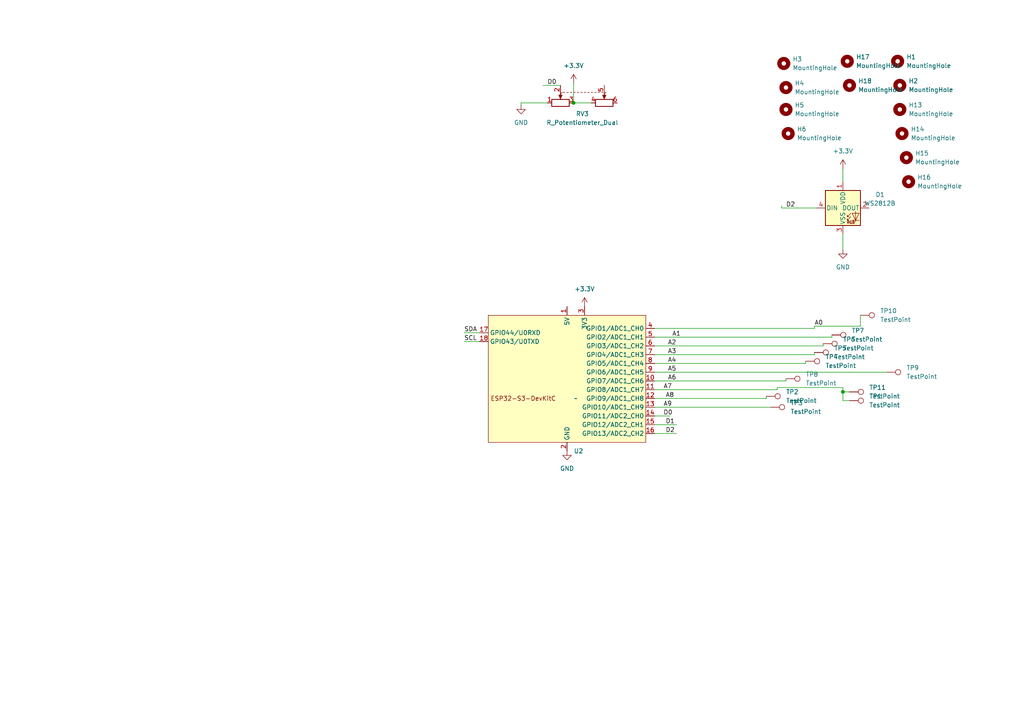
<source format=kicad_sch>
(kicad_sch (version 20230121) (generator eeschema)
  (paper "A4")
  (lib_symbols
    (symbol "Connector:TestPoint" (pin_numbers hide) (pin_names (offset 0.762) hide)
      (property "Reference" "TP" (at 0 6.858 0))
      (property "Value" "TestPoint" (at 0 5.08 0))
      (symbol "TestPoint_0_1"
        (circle (center 0 3.302) (radius 0.762))
      )
      (symbol "TestPoint_1_1"
        (pin passive line (at 0 0 90) (length 2.54) (name "1") (number "1"))
      )
    )
    (symbol "Device:R_Potentiometer_Dual" (pin_names (offset 1.016) hide)
      (property "Reference" "RV" (at 0 3.81 0))
      (property "Value" "R_Potentiometer_Dual" (at 0 1.905 0))
      (symbol "R_Potentiometer_Dual_0_1"
        (rectangle (start -8.89 -1.524) (end -3.81 -3.556) (stroke (width 0.254)))
        (polyline (pts (xy -6.35 0) (xy -6.35 -1.016)))
        (polyline (pts (xy -6.35 0) (xy -6.35 -1.016)))
        (polyline (pts (xy -6.35 0) (xy -5.842 0.508)))
        (polyline (pts (xy -5.588 0.508) (xy -5.08 0.508)))
        (polyline (pts (xy -4.572 0.508) (xy -4.064 0.508)))
        (polyline (pts (xy -3.556 0.508) (xy -3.048 0.508)))
        (polyline (pts (xy -2.54 0.508) (xy -2.032 0.508)))
        (polyline (pts (xy -1.524 0.508) (xy -1.016 0.508)))
        (polyline (pts (xy -0.508 0.508) (xy 0 0.508)))
        (polyline (pts (xy 0.508 0.508) (xy 1.016 0.508)))
        (polyline (pts (xy 1.524 0.508) (xy 2.032 0.508)))
        (polyline (pts (xy 2.54 0.508) (xy 3.048 0.508)))
        (polyline (pts (xy 3.556 0.508) (xy 4.064 0.508)))
        (polyline (pts (xy 4.572 0.508) (xy 5.08 0.508)))
        (polyline (pts (xy 5.588 0.508) (xy 6.096 0.508)))
        (polyline (pts (xy 6.35 0) (xy 6.35 -1.016)))
        (polyline (pts (xy 6.35 0) (xy 6.35 -1.016)))
        (polyline (pts (xy 6.604 0.508) (xy 6.858 0.508) (xy 6.35 0)))
        (polyline (pts (xy -6.35 -1.397) (xy -6.858 -0.254) (xy -5.842 -0.254) (xy -6.35 -1.397)) (fill (type outline)))
        (polyline (pts (xy 6.35 -1.397) (xy 5.842 -0.254) (xy 6.858 -0.254) (xy 6.35 -1.397)) (fill (type outline)))
        (rectangle (start 3.81 -1.524) (end 8.89 -3.556) (stroke (width 0.254)))
      )
      (symbol "R_Potentiometer_Dual_1_1"
        (pin passive line (at -10.16 -2.54 0) (length 1.27) (name "1") (number "1"))
        (pin passive line (at -6.35 2.54 270) (length 2.54) (name "2") (number "2"))
        (pin passive line (at -2.54 -2.54 180) (length 1.27) (name "3") (number "3"))
        (pin passive line (at 2.54 -2.54 0) (length 1.27) (name "4") (number "4"))
        (pin passive line (at 6.35 2.54 270) (length 2.54) (name "5") (number "5"))
        (pin passive line (at 10.16 -2.54 180) (length 1.27) (name "6") (number "6"))
      )
    )
    (symbol "LED:WS2812B" (pin_names (offset 0.254))
      (property "Reference" "D" (at 5.08 5.715 0))
      (property "Value" "WS2812B" (at 1.27 -5.715 0))
      (symbol "WS2812B_0_0"
        (text "RGB" (at 2.286 -4.191 0) (effects (font (size 0.762 0.762))))
      )
      (symbol "WS2812B_0_1"
        (polyline (pts (xy 1.27 -3.556) (xy 1.778 -3.556)))
        (polyline (pts (xy 1.27 -2.54) (xy 1.778 -2.54)))
        (polyline (pts (xy 4.699 -3.556) (xy 2.667 -3.556)))
        (polyline (pts (xy 2.286 -2.54) (xy 1.27 -3.556) (xy 1.27 -3.048)))
        (polyline (pts (xy 2.286 -1.524) (xy 1.27 -2.54) (xy 1.27 -2.032)))
        (polyline (pts (xy 3.683 -1.016) (xy 3.683 -3.556) (xy 3.683 -4.064)))
        (polyline (pts (xy 4.699 -1.524) (xy 2.667 -1.524) (xy 3.683 -3.556) (xy 4.699 -1.524)))
        (rectangle (start 5.08 5.08) (end -5.08 -5.08) (stroke (width 0.254)) (fill (type background)))
      )
      (symbol "WS2812B_1_1"
        (pin power_in line (at 0 7.62 270) (length 2.54) (name "VDD") (number "1"))
        (pin output line (at 7.62 0 180) (length 2.54) (name "DOUT") (number "2"))
        (pin power_in line (at 0 -7.62 90) (length 2.54) (name "VSS") (number "3"))
        (pin input line (at -7.62 0 0) (length 2.54) (name "DIN") (number "4"))
      )
    )
    (symbol "Mechanical:MountingHole" (pin_names (offset 1.016))
      (property "Reference" "H" (at 0 5.08 0))
      (property "Value" "MountingHole" (at 0 3.175 0))
      (symbol "MountingHole_0_1"
        (circle (center 0 0) (radius 1.27) (stroke (width 1.27)))
      )
    )
    (symbol "hattwick:Wifiduino-ESP32S3"
      (property "Reference" "U" (at -22.86 46.99 0))
      (symbol "Wifiduino-ESP32S3_0_0"
        (text "ESP32-S3-DevKitC" (at -15.24 0 0) (effects (font (size 1.27 1.27))))
      )
      (symbol "Wifiduino-ESP32S3_0_1"
        (rectangle (start -25.4 24.13) (end 20.32 -12.7) (fill (type background)))
      )
      (symbol "Wifiduino-ESP32S3_1_0"
        (pin bidirectional line (at 22.86 -10.16 180) (length 2.54) (name "GPIO13/ADC2_CH2") (number "16"))
        (pin bidirectional line (at -27.94 19.05 0) (length 2.54) (name "GPIO44/U0RXD") (number "17"))
        (pin bidirectional line (at -27.94 16.51 0) (length 2.54) (name "GPIO43/U0TXD") (number "18"))
        (pin power_in line (at -2.54 -15.24 90) (length 2.54) (name "GND") (number "2"))
        (pin bidirectional line (at 22.86 20.32 180) (length 2.54) (name "GPIO1/ADC1_CH0") (number "4"))
        (pin bidirectional line (at 22.86 17.78 180) (length 2.54) (name "GPIO2/ADC1_CH1") (number "5"))
      )
      (symbol "Wifiduino-ESP32S3_1_1"
        (pin power_in line (at -2.54 26.67 270) (length 2.54) (name "5V") (number "1"))
        (pin bidirectional line (at 22.86 5.08 180) (length 2.54) (name "GPIO7/ADC1_CH6") (number "10"))
        (pin bidirectional line (at 22.86 2.54 180) (length 2.54) (name "GPIO8/ADC1_CH7") (number "11"))
        (pin bidirectional line (at 22.86 0 180) (length 2.54) (name "GPIO9/ADC1_CH8") (number "12"))
        (pin bidirectional line (at 22.86 -2.54 180) (length 2.54) (name "GPIO10/ADC1_CH9") (number "13"))
        (pin bidirectional line (at 22.86 -5.08 180) (length 2.54) (name "GPIO11/ADC2_CH0") (number "14"))
        (pin bidirectional line (at 22.86 -7.62 180) (length 2.54) (name "GPIO12/ADC2_CH1") (number "15"))
        (pin power_in line (at 2.54 26.67 270) (length 2.54) (name "3V3") (number "3"))
        (pin bidirectional line (at 22.86 15.24 180) (length 2.54) (name "GPIO3/ADC1_CH2") (number "6"))
        (pin bidirectional line (at 22.86 12.7 180) (length 2.54) (name "GPIO4/ADC1_CH3") (number "7"))
        (pin bidirectional line (at 22.86 10.16 180) (length 2.54) (name "GPIO5/ADC1_CH4") (number "8"))
        (pin bidirectional line (at 22.86 7.62 180) (length 2.54) (name "GPIO6/ADC1_CH5") (number "9"))
      )
    )
    (symbol "power:+3.3V" (power) (pin_names (offset 0))
      (property "Value" "+3.3V" (at 0 3.556 0))
      (symbol "+3.3V_0_1"
        (polyline (pts (xy -0.762 1.27) (xy 0 2.54)))
        (polyline (pts (xy 0 0) (xy 0 2.54)))
        (polyline (pts (xy 0 2.54) (xy 0.762 1.27)))
      )
      (symbol "+3.3V_1_1"
        (pin power_in line (at 0 0 90) (length 0) hide (name "+3.3V") (number "1"))
      )
    )
    (symbol "power:GND" (power) (pin_names (offset 0))
      (property "Value" "GND" (at 0 -3.81 0))
      (symbol "GND_0_1"
        (polyline (pts (xy 0 0) (xy 0 -1.27) (xy 1.27 -1.27) (xy 0 -2.54) (xy -1.27 -1.27) (xy 0 -1.27)))
      )
      (symbol "GND_1_1"
        (pin power_in line (at 0 0 270) (length 0) hide (name "GND") (number "1"))
      )
    )
  )
  (junction (at 166.37 29.845))
  (junction (at 244.475 113.665))
  (wire (pts (xy 233.68 104.775) (xy 233.68 105.41)))
  (wire (pts (xy 189.865 120.65) (xy 194.31 120.65)))
  (wire (pts (xy 244.475 116.205) (xy 244.475 113.665)))
  (wire (pts (xy 238.76 100.33) (xy 189.865 100.33)))
  (wire (pts (xy 244.475 113.665) (xy 246.38 113.665)))
  (wire (pts (xy 223.52 118.11) (xy 189.865 118.11)))
  (wire (pts (xy 158.75 29.845) (xy 151.13 29.845)))
  (wire (pts (xy 238.76 99.695) (xy 238.76 100.33)))
  (wire (pts (xy 246.38 116.205) (xy 244.475 116.205)))
  (wire (pts (xy 134.62 99.06) (xy 139.065 99.06)))
  (wire (pts (xy 236.22 95.25) (xy 189.865 95.25)))
  (wire (pts (xy 244.475 112.395) (xy 244.475 113.665)))
  (wire (pts (xy 222.25 114.935) (xy 222.25 115.57)))
  (wire (pts (xy 241.3 97.79) (xy 189.865 97.79)))
  (wire (pts (xy 134.62 96.52) (xy 139.065 96.52)))
  (wire (pts (xy 244.475 48.895) (xy 244.475 52.705)))
  (wire (pts (xy 227.965 110.49) (xy 189.865 110.49)))
  (wire (pts (xy 249.555 94.615) (xy 236.22 94.615)))
  (wire (pts (xy 236.22 94.615) (xy 236.22 95.25)))
  (wire (pts (xy 166.37 24.13) (xy 166.37 29.845)))
  (wire (pts (xy 189.865 125.73) (xy 196.215 125.73)))
  (wire (pts (xy 222.25 115.57) (xy 189.865 115.57)))
  (wire (pts (xy 236.22 102.235) (xy 236.22 102.87)))
  (wire (pts (xy 244.475 67.945) (xy 244.475 72.39)))
  (wire (pts (xy 225.425 112.395) (xy 225.425 113.03)))
  (wire (pts (xy 225.425 113.03) (xy 189.865 113.03)))
  (wire (pts (xy 249.555 91.44) (xy 249.555 94.615)))
  (wire (pts (xy 151.13 29.845) (xy 151.13 30.48)))
  (wire (pts (xy 236.22 102.87) (xy 189.865 102.87)))
  (wire (pts (xy 226.695 59.69) (xy 226.695 60.325)))
  (wire (pts (xy 189.865 123.19) (xy 196.215 123.19)))
  (wire (pts (xy 241.3 97.155) (xy 241.3 97.79)))
  (wire (pts (xy 165.735 29.845) (xy 166.37 29.845)))
  (wire (pts (xy 166.37 29.845) (xy 171.45 29.845)))
  (wire (pts (xy 157.48 24.765) (xy 162.56 24.765)))
  (wire (pts (xy 225.425 112.395) (xy 244.475 112.395)))
  (wire (pts (xy 257.175 107.95) (xy 189.865 107.95)))
  (wire (pts (xy 236.855 60.325) (xy 226.695 60.325)))
  (wire (pts (xy 233.68 105.41) (xy 189.865 105.41)))
  (wire (pts (xy 227.965 109.855) (xy 227.965 110.49)))
  (label "A9" (at 192.405 118.11 0))
  (label "A4" (at 193.675 105.41 0))
  (label "D0" (at 158.75 24.765 0))
  (label "SCL" (at 134.62 99.06 0))
  (label "A2" (at 193.675 100.33 0))
  (label "A0" (at 236.22 94.615 0))
  (label "A3" (at 193.675 102.87 0))
  (label "SDA" (at 134.62 96.52 0))
  (label "D2" (at 193.04 125.73 0))
  (label "D2" (at 227.965 60.325 0))
  (label "A8" (at 193.04 115.57 0))
  (label "A7" (at 192.405 113.03 0))
  (label "D1" (at 193.04 123.19 0))
  (label "D0" (at 192.405 120.65 0))
  (label "A6" (at 193.675 110.49 0))
  (label "A5" (at 193.675 107.95 0))
  (label "A1" (at 194.945 97.79 0))
  (symbol (lib_id "Connector:TestPoint") (at 238.76 99.695 270) (unit 1)
    (property "Reference" "TP6" (at 244.475 98.425 90) (effects (justify left)))
    (property "Value" "TestPoint" (at 244.475 100.965 90) (effects (justify left)))
    (property "Footprint" "ih_kicad:recorder-touchpad" (effects hide))
  )
  (symbol (lib_id "Mechanical:MountingHole") (at 227.33 18.415 0) (unit 1)
    (property "Reference" "H3" (at 229.87 17.145 0) (effects (justify left)))
    (property "Value" "MountingHole" (at 229.87 19.685 0) (effects (justify left)))
    (property "Footprint" "MountingHole:MountingHole_3.2mm_M3" (effects hide))
  )
  (symbol (lib_id "Device:R_Potentiometer_Dual") (at 168.91 27.305 0) (unit 1)
    (property "Reference" "RV3" (at 168.91 33.02 0))
    (property "Value" "R_Potentiometer_Dual" (at 168.91 35.56 0))
    (property "Footprint" "ih_kicad:potentiometer_wheel_16mm" (effects hide))
  )
  (symbol (lib_id "power:GND") (at 244.475 72.39 0) (unit 1)
    (property "Reference" "#PWR04" (effects hide))
    (property "Value" "GND" (at 244.475 77.47 0))
  )
  (symbol (lib_id "Connector:TestPoint") (at 222.25 114.935 270) (unit 1)
    (property "Reference" "TP2" (at 227.965 113.665 90) (effects (justify left)))
    (property "Value" "TestPoint" (at 227.965 116.205 90) (effects (justify left)))
    (property "Footprint" "ih_kicad:recorder-touchpad" (effects hide))
  )
  (symbol (lib_id "Connector:TestPoint") (at 223.52 118.11 270) (unit 1)
    (property "Reference" "TP3" (at 229.235 116.84 90) (effects (justify left)))
    (property "Value" "TestPoint" (at 229.235 119.38 90) (effects (justify left)))
    (property "Footprint" "ih_kicad:recorder-touchpad" (effects hide))
  )
  (symbol (lib_id "Mechanical:MountingHole") (at 227.965 31.75 0) (unit 1)
    (property "Reference" "H5" (at 230.505 30.48 0) (effects (justify left)))
    (property "Value" "MountingHole" (at 230.505 33.02 0) (effects (justify left)))
    (property "Footprint" "MountingHole:MountingHole_3.2mm_M3" (effects hide))
  )
  (symbol (lib_id "Mechanical:MountingHole") (at 246.38 24.765 0) (unit 1)
    (property "Reference" "H18" (at 248.92 23.495 0) (effects (justify left)))
    (property "Value" "MountingHole" (at 248.92 26.035 0) (effects (justify left)))
    (property "Footprint" "MountingHole:MountingHole_3.2mm_M3" (effects hide))
  )
  (symbol (lib_id "power:GND") (at 151.13 30.48 0) (unit 1)
    (property "Reference" "#PWR05" (effects hide))
    (property "Value" "GND" (at 151.13 35.56 0))
  )
  (symbol (lib_id "Mechanical:MountingHole") (at 227.965 25.4 0) (unit 1)
    (property "Reference" "H4" (at 230.505 24.13 0) (effects (justify left)))
    (property "Value" "MountingHole" (at 230.505 26.67 0) (effects (justify left)))
    (property "Footprint" "MountingHole:MountingHole_3.2mm_M3" (effects hide))
  )
  (symbol (lib_id "Mechanical:MountingHole") (at 260.985 24.765 0) (unit 1)
    (property "Reference" "H2" (at 263.525 23.495 0) (effects (justify left)))
    (property "Value" "MountingHole" (at 263.525 26.035 0) (effects (justify left)))
    (property "Footprint" "MountingHole:MountingHole_3.2mm_M3" (effects hide))
  )
  (symbol (lib_id "Connector:TestPoint") (at 246.38 116.205 270) (unit 1)
    (property "Reference" "TP1" (at 252.095 114.935 90) (effects (justify left)))
    (property "Value" "TestPoint" (at 252.095 117.475 90) (effects (justify left)))
    (property "Footprint" "ih_kicad:recorder-touchpad" (effects hide))
  )
  (symbol (lib_id "Mechanical:MountingHole") (at 263.525 52.705 0) (unit 1)
    (property "Reference" "H16" (at 266.065 51.435 0) (effects (justify left)))
    (property "Value" "MountingHole" (at 266.065 53.975 0) (effects (justify left)))
    (property "Footprint" "MountingHole:MountingHole_3.2mm_M3" (effects hide))
  )
  (symbol (lib_id "hattwick:Wifiduino-ESP32S3") (at 167.005 115.57 0) (unit 1)
    (property "Reference" "U2" (at 166.4209 130.81 0) (effects (justify left)))
    (property "Value" "~" (at 167.005 115.57 0))
    (property "Footprint" "ih_kicad:Wifiduino-ESP32S3-SMD" (effects hide))
  )
  (symbol (lib_id "LED:WS2812B") (at 244.475 60.325 0) (unit 1)
    (property "Reference" "D1" (at 255.27 56.4389 0))
    (property "Value" "WS2812B" (at 255.27 58.9789 0))
    (property "Footprint" "LED_THT:LED_D5.0mm-4_RGB_Wide_Pins" (effects hide))
    (property "Datasheet" "https://cdn-shop.adafruit.com/datasheets/WS2812B.pdf" (effects hide))
  )
  (symbol (lib_id "Connector:TestPoint") (at 233.68 104.775 270) (unit 1)
    (property "Reference" "TP4" (at 239.395 103.505 90) (effects (justify left)))
    (property "Value" "TestPoint" (at 239.395 106.045 90) (effects (justify left)))
    (property "Footprint" "ih_kicad:recorder-touchpad" (effects hide))
  )
  (symbol (lib_id "Mechanical:MountingHole") (at 245.745 17.78 0) (unit 1)
    (property "Reference" "H17" (at 248.285 16.51 0) (effects (justify left)))
    (property "Value" "MountingHole" (at 248.285 19.05 0) (effects (justify left)))
    (property "Footprint" "MountingHole:MountingHole_3.2mm_M3" (effects hide))
  )
  (symbol (lib_id "power:+3.3V") (at 169.545 88.9 0) (unit 1)
    (property "Reference" "#PWR02" (effects hide))
    (property "Value" "+3.3V" (at 169.545 83.82 0))
  )
  (symbol (lib_id "Connector:TestPoint") (at 227.965 109.855 270) (unit 1)
    (property "Reference" "TP8" (at 233.68 108.585 90) (effects (justify left)))
    (property "Value" "TestPoint" (at 233.68 111.125 90) (effects (justify left)))
    (property "Footprint" "ih_kicad:recorder-touchtrack" (effects hide))
  )
  (symbol (lib_id "Connector:TestPoint") (at 257.175 107.95 270) (unit 1)
    (property "Reference" "TP9" (at 262.89 106.68 90) (effects (justify left)))
    (property "Value" "TestPoint" (at 262.89 109.22 90) (effects (justify left)))
    (property "Footprint" "ih_kicad:recorder-touchtrack" (effects hide))
  )
  (symbol (lib_id "power:GND") (at 164.465 130.81 0) (unit 1)
    (property "Reference" "#PWR01" (effects hide))
    (property "Value" "GND" (at 164.465 135.89 0))
  )
  (symbol (lib_id "Mechanical:MountingHole") (at 261.62 38.735 0) (unit 1)
    (property "Reference" "H14" (at 264.16 37.465 0) (effects (justify left)))
    (property "Value" "MountingHole" (at 264.16 40.005 0) (effects (justify left)))
    (property "Footprint" "MountingHole:MountingHole_3.2mm_M3" (effects hide))
  )
  (symbol (lib_id "Connector:TestPoint") (at 241.3 97.155 270) (unit 1)
    (property "Reference" "TP7" (at 247.015 95.885 90) (effects (justify left)))
    (property "Value" "TestPoint" (at 247.015 98.425 90) (effects (justify left)))
    (property "Footprint" "ih_kicad:recorder-touchpad" (effects hide))
  )
  (symbol (lib_id "Mechanical:MountingHole") (at 260.985 31.75 0) (unit 1)
    (property "Reference" "H13" (at 263.525 30.48 0) (effects (justify left)))
    (property "Value" "MountingHole" (at 263.525 33.02 0) (effects (justify left)))
    (property "Footprint" "MountingHole:MountingHole_3.2mm_M3" (effects hide))
  )
  (symbol (lib_id "power:+3.3V") (at 166.37 24.13 0) (unit 1)
    (property "Reference" "#PWR06" (effects hide))
    (property "Value" "+3.3V" (at 166.37 19.05 0))
  )
  (symbol (lib_id "Mechanical:MountingHole") (at 260.35 17.78 0) (unit 1)
    (property "Reference" "H1" (at 262.89 16.51 0) (effects (justify left)))
    (property "Value" "MountingHole" (at 262.89 19.05 0) (effects (justify left)))
    (property "Footprint" "MountingHole:MountingHole_3.2mm_M3" (effects hide))
  )
  (symbol (lib_id "Connector:TestPoint") (at 249.555 91.44 270) (unit 1)
    (property "Reference" "TP10" (at 255.27 90.17 90) (effects (justify left)))
    (property "Value" "TestPoint" (at 255.27 92.71 90) (effects (justify left)))
    (property "Footprint" "ih_kicad:recorder-touchpad" (effects hide))
  )
  (symbol (lib_id "Mechanical:MountingHole") (at 262.89 45.72 0) (unit 1)
    (property "Reference" "H15" (at 265.43 44.45 0) (effects (justify left)))
    (property "Value" "MountingHole" (at 265.43 46.99 0) (effects (justify left)))
    (property "Footprint" "MountingHole:MountingHole_3.2mm_M3" (effects hide))
  )
  (symbol (lib_id "power:+3.3V") (at 244.475 48.895 0) (unit 1)
    (property "Reference" "#PWR03" (effects hide))
    (property "Value" "+3.3V" (at 244.475 43.815 0))
  )
  (symbol (lib_id "Connector:TestPoint") (at 236.22 102.235 270) (unit 1)
    (property "Reference" "TP5" (at 241.935 100.965 90) (effects (justify left)))
    (property "Value" "TestPoint" (at 241.935 103.505 90) (effects (justify left)))
    (property "Footprint" "ih_kicad:recorder-touchpad" (effects hide))
  )
  (symbol (lib_id "Connector:TestPoint") (at 246.38 113.665 270) (unit 1)
    (property "Reference" "TP11" (at 252.095 112.395 90) (effects (justify left)))
    (property "Value" "TestPoint" (at 252.095 114.935 90) (effects (justify left)))
    (property "Footprint" "ih_kicad:recorder-touchpad-narrow" (effects hide))
  )
  (symbol (lib_id "Mechanical:MountingHole") (at 228.6 38.735 0) (unit 1)
    (property "Reference" "H6" (at 231.14 37.465 0) (effects (justify left)))
    (property "Value" "MountingHole" (at 231.14 40.005 0) (effects (justify left)))
    (property "Footprint" "MountingHole:MountingHole_3.2mm_M3" (effects hide))
  )
)
</source>
